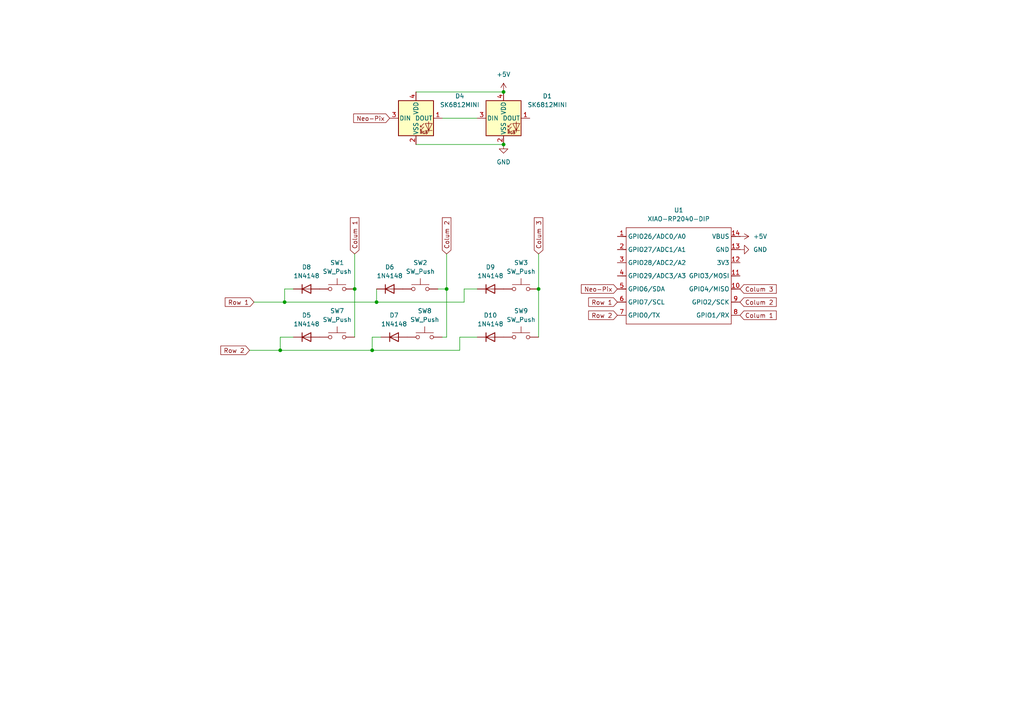
<source format=kicad_sch>
(kicad_sch
	(version 20250114)
	(generator "eeschema")
	(generator_version "9.0")
	(uuid "7ebd045a-86d2-4d6c-ab1b-08b3c2db5099")
	(paper "A4")
	(lib_symbols
		(symbol "Diode:1N4148"
			(pin_numbers
				(hide yes)
			)
			(pin_names
				(hide yes)
			)
			(exclude_from_sim no)
			(in_bom yes)
			(on_board yes)
			(property "Reference" "D"
				(at 0 2.54 0)
				(effects
					(font
						(size 1.27 1.27)
					)
				)
			)
			(property "Value" "1N4148"
				(at 0 -2.54 0)
				(effects
					(font
						(size 1.27 1.27)
					)
				)
			)
			(property "Footprint" "Diode_THT:D_DO-35_SOD27_P7.62mm_Horizontal"
				(at 0 0 0)
				(effects
					(font
						(size 1.27 1.27)
					)
					(hide yes)
				)
			)
			(property "Datasheet" "https://assets.nexperia.com/documents/data-sheet/1N4148_1N4448.pdf"
				(at 0 0 0)
				(effects
					(font
						(size 1.27 1.27)
					)
					(hide yes)
				)
			)
			(property "Description" "100V 0.15A standard switching diode, DO-35"
				(at 0 0 0)
				(effects
					(font
						(size 1.27 1.27)
					)
					(hide yes)
				)
			)
			(property "Sim.Device" "D"
				(at 0 0 0)
				(effects
					(font
						(size 1.27 1.27)
					)
					(hide yes)
				)
			)
			(property "Sim.Pins" "1=K 2=A"
				(at 0 0 0)
				(effects
					(font
						(size 1.27 1.27)
					)
					(hide yes)
				)
			)
			(property "ki_keywords" "diode"
				(at 0 0 0)
				(effects
					(font
						(size 1.27 1.27)
					)
					(hide yes)
				)
			)
			(property "ki_fp_filters" "D*DO?35*"
				(at 0 0 0)
				(effects
					(font
						(size 1.27 1.27)
					)
					(hide yes)
				)
			)
			(symbol "1N4148_0_1"
				(polyline
					(pts
						(xy -1.27 1.27) (xy -1.27 -1.27)
					)
					(stroke
						(width 0.254)
						(type default)
					)
					(fill
						(type none)
					)
				)
				(polyline
					(pts
						(xy 1.27 1.27) (xy 1.27 -1.27) (xy -1.27 0) (xy 1.27 1.27)
					)
					(stroke
						(width 0.254)
						(type default)
					)
					(fill
						(type none)
					)
				)
				(polyline
					(pts
						(xy 1.27 0) (xy -1.27 0)
					)
					(stroke
						(width 0)
						(type default)
					)
					(fill
						(type none)
					)
				)
			)
			(symbol "1N4148_1_1"
				(pin passive line
					(at -3.81 0 0)
					(length 2.54)
					(name "K"
						(effects
							(font
								(size 1.27 1.27)
							)
						)
					)
					(number "1"
						(effects
							(font
								(size 1.27 1.27)
							)
						)
					)
				)
				(pin passive line
					(at 3.81 0 180)
					(length 2.54)
					(name "A"
						(effects
							(font
								(size 1.27 1.27)
							)
						)
					)
					(number "2"
						(effects
							(font
								(size 1.27 1.27)
							)
						)
					)
				)
			)
			(embedded_fonts no)
		)
		(symbol "LED:SK6812MINI"
			(pin_names
				(offset 0.254)
			)
			(exclude_from_sim no)
			(in_bom yes)
			(on_board yes)
			(property "Reference" "D"
				(at 5.08 5.715 0)
				(effects
					(font
						(size 1.27 1.27)
					)
					(justify right bottom)
				)
			)
			(property "Value" "SK6812MINI"
				(at 1.27 -5.715 0)
				(effects
					(font
						(size 1.27 1.27)
					)
					(justify left top)
				)
			)
			(property "Footprint" "LED_SMD:LED_SK6812MINI_PLCC4_3.5x3.5mm_P1.75mm"
				(at 1.27 -7.62 0)
				(effects
					(font
						(size 1.27 1.27)
					)
					(justify left top)
					(hide yes)
				)
			)
			(property "Datasheet" "https://cdn-shop.adafruit.com/product-files/2686/SK6812MINI_REV.01-1-2.pdf"
				(at 2.54 -9.525 0)
				(effects
					(font
						(size 1.27 1.27)
					)
					(justify left top)
					(hide yes)
				)
			)
			(property "Description" "RGB LED with integrated controller"
				(at 0 0 0)
				(effects
					(font
						(size 1.27 1.27)
					)
					(hide yes)
				)
			)
			(property "ki_keywords" "RGB LED NeoPixel Mini addressable"
				(at 0 0 0)
				(effects
					(font
						(size 1.27 1.27)
					)
					(hide yes)
				)
			)
			(property "ki_fp_filters" "LED*SK6812MINI*PLCC*3.5x3.5mm*P1.75mm*"
				(at 0 0 0)
				(effects
					(font
						(size 1.27 1.27)
					)
					(hide yes)
				)
			)
			(symbol "SK6812MINI_0_0"
				(text "RGB"
					(at 2.286 -4.191 0)
					(effects
						(font
							(size 0.762 0.762)
						)
					)
				)
			)
			(symbol "SK6812MINI_0_1"
				(polyline
					(pts
						(xy 1.27 -2.54) (xy 1.778 -2.54)
					)
					(stroke
						(width 0)
						(type default)
					)
					(fill
						(type none)
					)
				)
				(polyline
					(pts
						(xy 1.27 -3.556) (xy 1.778 -3.556)
					)
					(stroke
						(width 0)
						(type default)
					)
					(fill
						(type none)
					)
				)
				(polyline
					(pts
						(xy 2.286 -1.524) (xy 1.27 -2.54) (xy 1.27 -2.032)
					)
					(stroke
						(width 0)
						(type default)
					)
					(fill
						(type none)
					)
				)
				(polyline
					(pts
						(xy 2.286 -2.54) (xy 1.27 -3.556) (xy 1.27 -3.048)
					)
					(stroke
						(width 0)
						(type default)
					)
					(fill
						(type none)
					)
				)
				(polyline
					(pts
						(xy 3.683 -1.016) (xy 3.683 -3.556) (xy 3.683 -4.064)
					)
					(stroke
						(width 0)
						(type default)
					)
					(fill
						(type none)
					)
				)
				(polyline
					(pts
						(xy 4.699 -1.524) (xy 2.667 -1.524) (xy 3.683 -3.556) (xy 4.699 -1.524)
					)
					(stroke
						(width 0)
						(type default)
					)
					(fill
						(type none)
					)
				)
				(polyline
					(pts
						(xy 4.699 -3.556) (xy 2.667 -3.556)
					)
					(stroke
						(width 0)
						(type default)
					)
					(fill
						(type none)
					)
				)
				(rectangle
					(start 5.08 5.08)
					(end -5.08 -5.08)
					(stroke
						(width 0.254)
						(type default)
					)
					(fill
						(type background)
					)
				)
			)
			(symbol "SK6812MINI_1_1"
				(pin input line
					(at -7.62 0 0)
					(length 2.54)
					(name "DIN"
						(effects
							(font
								(size 1.27 1.27)
							)
						)
					)
					(number "3"
						(effects
							(font
								(size 1.27 1.27)
							)
						)
					)
				)
				(pin power_in line
					(at 0 7.62 270)
					(length 2.54)
					(name "VDD"
						(effects
							(font
								(size 1.27 1.27)
							)
						)
					)
					(number "4"
						(effects
							(font
								(size 1.27 1.27)
							)
						)
					)
				)
				(pin power_in line
					(at 0 -7.62 90)
					(length 2.54)
					(name "VSS"
						(effects
							(font
								(size 1.27 1.27)
							)
						)
					)
					(number "2"
						(effects
							(font
								(size 1.27 1.27)
							)
						)
					)
				)
				(pin output line
					(at 7.62 0 180)
					(length 2.54)
					(name "DOUT"
						(effects
							(font
								(size 1.27 1.27)
							)
						)
					)
					(number "1"
						(effects
							(font
								(size 1.27 1.27)
							)
						)
					)
				)
			)
			(embedded_fonts no)
		)
		(symbol "OPL:XIAO-RP2040-DIP"
			(exclude_from_sim no)
			(in_bom yes)
			(on_board yes)
			(property "Reference" "U"
				(at 0 0 0)
				(effects
					(font
						(size 1.27 1.27)
					)
				)
			)
			(property "Value" "XIAO-RP2040-DIP"
				(at 5.334 -1.778 0)
				(effects
					(font
						(size 1.27 1.27)
					)
				)
			)
			(property "Footprint" "Module:MOUDLE14P-XIAO-DIP-SMD"
				(at 14.478 -32.258 0)
				(effects
					(font
						(size 1.27 1.27)
					)
					(hide yes)
				)
			)
			(property "Datasheet" ""
				(at 0 0 0)
				(effects
					(font
						(size 1.27 1.27)
					)
					(hide yes)
				)
			)
			(property "Description" ""
				(at 0 0 0)
				(effects
					(font
						(size 1.27 1.27)
					)
					(hide yes)
				)
			)
			(symbol "XIAO-RP2040-DIP_1_0"
				(polyline
					(pts
						(xy -1.27 -2.54) (xy 29.21 -2.54)
					)
					(stroke
						(width 0.1524)
						(type solid)
					)
					(fill
						(type none)
					)
				)
				(polyline
					(pts
						(xy -1.27 -5.08) (xy -2.54 -5.08)
					)
					(stroke
						(width 0.1524)
						(type solid)
					)
					(fill
						(type none)
					)
				)
				(polyline
					(pts
						(xy -1.27 -5.08) (xy -1.27 -2.54)
					)
					(stroke
						(width 0.1524)
						(type solid)
					)
					(fill
						(type none)
					)
				)
				(polyline
					(pts
						(xy -1.27 -8.89) (xy -2.54 -8.89)
					)
					(stroke
						(width 0.1524)
						(type solid)
					)
					(fill
						(type none)
					)
				)
				(polyline
					(pts
						(xy -1.27 -8.89) (xy -1.27 -5.08)
					)
					(stroke
						(width 0.1524)
						(type solid)
					)
					(fill
						(type none)
					)
				)
				(polyline
					(pts
						(xy -1.27 -12.7) (xy -2.54 -12.7)
					)
					(stroke
						(width 0.1524)
						(type solid)
					)
					(fill
						(type none)
					)
				)
				(polyline
					(pts
						(xy -1.27 -12.7) (xy -1.27 -8.89)
					)
					(stroke
						(width 0.1524)
						(type solid)
					)
					(fill
						(type none)
					)
				)
				(polyline
					(pts
						(xy -1.27 -16.51) (xy -2.54 -16.51)
					)
					(stroke
						(width 0.1524)
						(type solid)
					)
					(fill
						(type none)
					)
				)
				(polyline
					(pts
						(xy -1.27 -16.51) (xy -1.27 -12.7)
					)
					(stroke
						(width 0.1524)
						(type solid)
					)
					(fill
						(type none)
					)
				)
				(polyline
					(pts
						(xy -1.27 -20.32) (xy -2.54 -20.32)
					)
					(stroke
						(width 0.1524)
						(type solid)
					)
					(fill
						(type none)
					)
				)
				(polyline
					(pts
						(xy -1.27 -24.13) (xy -2.54 -24.13)
					)
					(stroke
						(width 0.1524)
						(type solid)
					)
					(fill
						(type none)
					)
				)
				(polyline
					(pts
						(xy -1.27 -27.94) (xy -2.54 -27.94)
					)
					(stroke
						(width 0.1524)
						(type solid)
					)
					(fill
						(type none)
					)
				)
				(polyline
					(pts
						(xy -1.27 -30.48) (xy -1.27 -16.51)
					)
					(stroke
						(width 0.1524)
						(type solid)
					)
					(fill
						(type none)
					)
				)
				(polyline
					(pts
						(xy 29.21 -2.54) (xy 29.21 -5.08)
					)
					(stroke
						(width 0.1524)
						(type solid)
					)
					(fill
						(type none)
					)
				)
				(polyline
					(pts
						(xy 29.21 -5.08) (xy 29.21 -8.89)
					)
					(stroke
						(width 0.1524)
						(type solid)
					)
					(fill
						(type none)
					)
				)
				(polyline
					(pts
						(xy 29.21 -8.89) (xy 29.21 -12.7)
					)
					(stroke
						(width 0.1524)
						(type solid)
					)
					(fill
						(type none)
					)
				)
				(polyline
					(pts
						(xy 29.21 -12.7) (xy 29.21 -30.48)
					)
					(stroke
						(width 0.1524)
						(type solid)
					)
					(fill
						(type none)
					)
				)
				(polyline
					(pts
						(xy 29.21 -30.48) (xy -1.27 -30.48)
					)
					(stroke
						(width 0.1524)
						(type solid)
					)
					(fill
						(type none)
					)
				)
				(polyline
					(pts
						(xy 30.48 -5.08) (xy 29.21 -5.08)
					)
					(stroke
						(width 0.1524)
						(type solid)
					)
					(fill
						(type none)
					)
				)
				(polyline
					(pts
						(xy 30.48 -8.89) (xy 29.21 -8.89)
					)
					(stroke
						(width 0.1524)
						(type solid)
					)
					(fill
						(type none)
					)
				)
				(polyline
					(pts
						(xy 30.48 -12.7) (xy 29.21 -12.7)
					)
					(stroke
						(width 0.1524)
						(type solid)
					)
					(fill
						(type none)
					)
				)
				(polyline
					(pts
						(xy 30.48 -16.51) (xy 29.21 -16.51)
					)
					(stroke
						(width 0.1524)
						(type solid)
					)
					(fill
						(type none)
					)
				)
				(polyline
					(pts
						(xy 30.48 -20.32) (xy 29.21 -20.32)
					)
					(stroke
						(width 0.1524)
						(type solid)
					)
					(fill
						(type none)
					)
				)
				(polyline
					(pts
						(xy 30.48 -24.13) (xy 29.21 -24.13)
					)
					(stroke
						(width 0.1524)
						(type solid)
					)
					(fill
						(type none)
					)
				)
				(polyline
					(pts
						(xy 30.48 -27.94) (xy 29.21 -27.94)
					)
					(stroke
						(width 0.1524)
						(type solid)
					)
					(fill
						(type none)
					)
				)
				(pin passive line
					(at -3.81 -5.08 0)
					(length 2.54)
					(name "GPIO26/ADC0/A0"
						(effects
							(font
								(size 1.27 1.27)
							)
						)
					)
					(number "1"
						(effects
							(font
								(size 1.27 1.27)
							)
						)
					)
				)
				(pin passive line
					(at -3.81 -8.89 0)
					(length 2.54)
					(name "GPIO27/ADC1/A1"
						(effects
							(font
								(size 1.27 1.27)
							)
						)
					)
					(number "2"
						(effects
							(font
								(size 1.27 1.27)
							)
						)
					)
				)
				(pin passive line
					(at -3.81 -12.7 0)
					(length 2.54)
					(name "GPIO28/ADC2/A2"
						(effects
							(font
								(size 1.27 1.27)
							)
						)
					)
					(number "3"
						(effects
							(font
								(size 1.27 1.27)
							)
						)
					)
				)
				(pin passive line
					(at -3.81 -16.51 0)
					(length 2.54)
					(name "GPIO29/ADC3/A3"
						(effects
							(font
								(size 1.27 1.27)
							)
						)
					)
					(number "4"
						(effects
							(font
								(size 1.27 1.27)
							)
						)
					)
				)
				(pin passive line
					(at -3.81 -20.32 0)
					(length 2.54)
					(name "GPIO6/SDA"
						(effects
							(font
								(size 1.27 1.27)
							)
						)
					)
					(number "5"
						(effects
							(font
								(size 1.27 1.27)
							)
						)
					)
				)
				(pin passive line
					(at -3.81 -24.13 0)
					(length 2.54)
					(name "GPIO7/SCL"
						(effects
							(font
								(size 1.27 1.27)
							)
						)
					)
					(number "6"
						(effects
							(font
								(size 1.27 1.27)
							)
						)
					)
				)
				(pin passive line
					(at -3.81 -27.94 0)
					(length 2.54)
					(name "GPIO0/TX"
						(effects
							(font
								(size 1.27 1.27)
							)
						)
					)
					(number "7"
						(effects
							(font
								(size 1.27 1.27)
							)
						)
					)
				)
				(pin passive line
					(at 31.75 -5.08 180)
					(length 2.54)
					(name "VBUS"
						(effects
							(font
								(size 1.27 1.27)
							)
						)
					)
					(number "14"
						(effects
							(font
								(size 1.27 1.27)
							)
						)
					)
				)
				(pin passive line
					(at 31.75 -8.89 180)
					(length 2.54)
					(name "GND"
						(effects
							(font
								(size 1.27 1.27)
							)
						)
					)
					(number "13"
						(effects
							(font
								(size 1.27 1.27)
							)
						)
					)
				)
				(pin passive line
					(at 31.75 -12.7 180)
					(length 2.54)
					(name "3V3"
						(effects
							(font
								(size 1.27 1.27)
							)
						)
					)
					(number "12"
						(effects
							(font
								(size 1.27 1.27)
							)
						)
					)
				)
				(pin passive line
					(at 31.75 -16.51 180)
					(length 2.54)
					(name "GPIO3/MOSI"
						(effects
							(font
								(size 1.27 1.27)
							)
						)
					)
					(number "11"
						(effects
							(font
								(size 1.27 1.27)
							)
						)
					)
				)
				(pin passive line
					(at 31.75 -20.32 180)
					(length 2.54)
					(name "GPIO4/MISO"
						(effects
							(font
								(size 1.27 1.27)
							)
						)
					)
					(number "10"
						(effects
							(font
								(size 1.27 1.27)
							)
						)
					)
				)
				(pin passive line
					(at 31.75 -24.13 180)
					(length 2.54)
					(name "GPIO2/SCK"
						(effects
							(font
								(size 1.27 1.27)
							)
						)
					)
					(number "9"
						(effects
							(font
								(size 1.27 1.27)
							)
						)
					)
				)
				(pin passive line
					(at 31.75 -27.94 180)
					(length 2.54)
					(name "GPIO1/RX"
						(effects
							(font
								(size 1.27 1.27)
							)
						)
					)
					(number "8"
						(effects
							(font
								(size 1.27 1.27)
							)
						)
					)
				)
			)
			(embedded_fonts no)
		)
		(symbol "Switch:SW_Push"
			(pin_numbers
				(hide yes)
			)
			(pin_names
				(offset 1.016)
				(hide yes)
			)
			(exclude_from_sim no)
			(in_bom yes)
			(on_board yes)
			(property "Reference" "SW"
				(at 1.27 2.54 0)
				(effects
					(font
						(size 1.27 1.27)
					)
					(justify left)
				)
			)
			(property "Value" "SW_Push"
				(at 0 -1.524 0)
				(effects
					(font
						(size 1.27 1.27)
					)
				)
			)
			(property "Footprint" ""
				(at 0 5.08 0)
				(effects
					(font
						(size 1.27 1.27)
					)
					(hide yes)
				)
			)
			(property "Datasheet" "~"
				(at 0 5.08 0)
				(effects
					(font
						(size 1.27 1.27)
					)
					(hide yes)
				)
			)
			(property "Description" "Push button switch, generic, two pins"
				(at 0 0 0)
				(effects
					(font
						(size 1.27 1.27)
					)
					(hide yes)
				)
			)
			(property "ki_keywords" "switch normally-open pushbutton push-button"
				(at 0 0 0)
				(effects
					(font
						(size 1.27 1.27)
					)
					(hide yes)
				)
			)
			(symbol "SW_Push_0_1"
				(circle
					(center -2.032 0)
					(radius 0.508)
					(stroke
						(width 0)
						(type default)
					)
					(fill
						(type none)
					)
				)
				(polyline
					(pts
						(xy 0 1.27) (xy 0 3.048)
					)
					(stroke
						(width 0)
						(type default)
					)
					(fill
						(type none)
					)
				)
				(circle
					(center 2.032 0)
					(radius 0.508)
					(stroke
						(width 0)
						(type default)
					)
					(fill
						(type none)
					)
				)
				(polyline
					(pts
						(xy 2.54 1.27) (xy -2.54 1.27)
					)
					(stroke
						(width 0)
						(type default)
					)
					(fill
						(type none)
					)
				)
				(pin passive line
					(at -5.08 0 0)
					(length 2.54)
					(name "1"
						(effects
							(font
								(size 1.27 1.27)
							)
						)
					)
					(number "1"
						(effects
							(font
								(size 1.27 1.27)
							)
						)
					)
				)
				(pin passive line
					(at 5.08 0 180)
					(length 2.54)
					(name "2"
						(effects
							(font
								(size 1.27 1.27)
							)
						)
					)
					(number "2"
						(effects
							(font
								(size 1.27 1.27)
							)
						)
					)
				)
			)
			(embedded_fonts no)
		)
		(symbol "power:+5V"
			(power)
			(pin_numbers
				(hide yes)
			)
			(pin_names
				(offset 0)
				(hide yes)
			)
			(exclude_from_sim no)
			(in_bom yes)
			(on_board yes)
			(property "Reference" "#PWR"
				(at 0 -3.81 0)
				(effects
					(font
						(size 1.27 1.27)
					)
					(hide yes)
				)
			)
			(property "Value" "+5V"
				(at 0 3.556 0)
				(effects
					(font
						(size 1.27 1.27)
					)
				)
			)
			(property "Footprint" ""
				(at 0 0 0)
				(effects
					(font
						(size 1.27 1.27)
					)
					(hide yes)
				)
			)
			(property "Datasheet" ""
				(at 0 0 0)
				(effects
					(font
						(size 1.27 1.27)
					)
					(hide yes)
				)
			)
			(property "Description" "Power symbol creates a global label with name \"+5V\""
				(at 0 0 0)
				(effects
					(font
						(size 1.27 1.27)
					)
					(hide yes)
				)
			)
			(property "ki_keywords" "global power"
				(at 0 0 0)
				(effects
					(font
						(size 1.27 1.27)
					)
					(hide yes)
				)
			)
			(symbol "+5V_0_1"
				(polyline
					(pts
						(xy -0.762 1.27) (xy 0 2.54)
					)
					(stroke
						(width 0)
						(type default)
					)
					(fill
						(type none)
					)
				)
				(polyline
					(pts
						(xy 0 2.54) (xy 0.762 1.27)
					)
					(stroke
						(width 0)
						(type default)
					)
					(fill
						(type none)
					)
				)
				(polyline
					(pts
						(xy 0 0) (xy 0 2.54)
					)
					(stroke
						(width 0)
						(type default)
					)
					(fill
						(type none)
					)
				)
			)
			(symbol "+5V_1_1"
				(pin power_in line
					(at 0 0 90)
					(length 0)
					(name "~"
						(effects
							(font
								(size 1.27 1.27)
							)
						)
					)
					(number "1"
						(effects
							(font
								(size 1.27 1.27)
							)
						)
					)
				)
			)
			(embedded_fonts no)
		)
		(symbol "power:GND"
			(power)
			(pin_numbers
				(hide yes)
			)
			(pin_names
				(offset 0)
				(hide yes)
			)
			(exclude_from_sim no)
			(in_bom yes)
			(on_board yes)
			(property "Reference" "#PWR"
				(at 0 -6.35 0)
				(effects
					(font
						(size 1.27 1.27)
					)
					(hide yes)
				)
			)
			(property "Value" "GND"
				(at 0 -3.81 0)
				(effects
					(font
						(size 1.27 1.27)
					)
				)
			)
			(property "Footprint" ""
				(at 0 0 0)
				(effects
					(font
						(size 1.27 1.27)
					)
					(hide yes)
				)
			)
			(property "Datasheet" ""
				(at 0 0 0)
				(effects
					(font
						(size 1.27 1.27)
					)
					(hide yes)
				)
			)
			(property "Description" "Power symbol creates a global label with name \"GND\" , ground"
				(at 0 0 0)
				(effects
					(font
						(size 1.27 1.27)
					)
					(hide yes)
				)
			)
			(property "ki_keywords" "global power"
				(at 0 0 0)
				(effects
					(font
						(size 1.27 1.27)
					)
					(hide yes)
				)
			)
			(symbol "GND_0_1"
				(polyline
					(pts
						(xy 0 0) (xy 0 -1.27) (xy 1.27 -1.27) (xy 0 -2.54) (xy -1.27 -1.27) (xy 0 -1.27)
					)
					(stroke
						(width 0)
						(type default)
					)
					(fill
						(type none)
					)
				)
			)
			(symbol "GND_1_1"
				(pin power_in line
					(at 0 0 270)
					(length 0)
					(name "~"
						(effects
							(font
								(size 1.27 1.27)
							)
						)
					)
					(number "1"
						(effects
							(font
								(size 1.27 1.27)
							)
						)
					)
				)
			)
			(embedded_fonts no)
		)
	)
	(junction
		(at 109.22 87.63)
		(diameter 0)
		(color 0 0 0 0)
		(uuid "1fcc9f68-8b7e-4731-b177-9cb31a8f4e62")
	)
	(junction
		(at 156.21 83.82)
		(diameter 0)
		(color 0 0 0 0)
		(uuid "361e3158-63b8-4efc-9105-cbbc5a634c97")
	)
	(junction
		(at 107.95 101.6)
		(diameter 0)
		(color 0 0 0 0)
		(uuid "475a1469-1d9e-44f4-b7c2-8c56c3cc1b8a")
	)
	(junction
		(at 102.87 83.82)
		(diameter 0)
		(color 0 0 0 0)
		(uuid "4a8e4560-c506-4490-8483-d33e408d45ad")
	)
	(junction
		(at 82.55 87.63)
		(diameter 0)
		(color 0 0 0 0)
		(uuid "53cfec94-debb-42f7-b062-7f3b022ab407")
	)
	(junction
		(at 146.05 26.67)
		(diameter 0)
		(color 0 0 0 0)
		(uuid "8f0ef605-69de-4ed7-a073-829d7a69b9d1")
	)
	(junction
		(at 146.05 41.91)
		(diameter 0)
		(color 0 0 0 0)
		(uuid "92193687-faf8-4dcd-b82c-cdc2fce9a1df")
	)
	(junction
		(at 81.28 101.6)
		(diameter 0)
		(color 0 0 0 0)
		(uuid "c067b5f4-7263-481e-bd32-ab5573962018")
	)
	(junction
		(at 129.54 83.82)
		(diameter 0)
		(color 0 0 0 0)
		(uuid "fac903b2-90ce-4a6f-868b-94a4bac76828")
	)
	(wire
		(pts
			(xy 138.43 97.79) (xy 133.35 97.79)
		)
		(stroke
			(width 0)
			(type default)
		)
		(uuid "21b0bea7-3e6c-4b86-91e3-10e95508fb65")
	)
	(wire
		(pts
			(xy 133.35 97.79) (xy 133.35 101.6)
		)
		(stroke
			(width 0)
			(type default)
		)
		(uuid "26304a0a-5156-4487-9e5d-e0d7a2041667")
	)
	(wire
		(pts
			(xy 156.21 73.66) (xy 156.21 83.82)
		)
		(stroke
			(width 0)
			(type default)
		)
		(uuid "2a8af0d7-ce53-4f63-ae17-eef9b1c0448b")
	)
	(wire
		(pts
			(xy 110.49 97.79) (xy 107.95 97.79)
		)
		(stroke
			(width 0)
			(type default)
		)
		(uuid "2aefec27-42cd-4908-8f6a-8152a4531dcc")
	)
	(wire
		(pts
			(xy 85.09 97.79) (xy 81.28 97.79)
		)
		(stroke
			(width 0)
			(type default)
		)
		(uuid "3cadc511-1c61-4a44-8a6a-d5c83602edcf")
	)
	(wire
		(pts
			(xy 73.66 87.63) (xy 82.55 87.63)
		)
		(stroke
			(width 0)
			(type default)
		)
		(uuid "4fa2dde6-43e9-4997-8754-faa9b51f76ee")
	)
	(wire
		(pts
			(xy 120.65 41.91) (xy 146.05 41.91)
		)
		(stroke
			(width 0)
			(type default)
		)
		(uuid "5a8d8bc9-09ef-463a-ae4e-861496d7050c")
	)
	(wire
		(pts
			(xy 85.09 83.82) (xy 82.55 83.82)
		)
		(stroke
			(width 0)
			(type default)
		)
		(uuid "752d8ddc-3cb1-408d-8e4e-2c3c899cdfd0")
	)
	(wire
		(pts
			(xy 107.95 101.6) (xy 133.35 101.6)
		)
		(stroke
			(width 0)
			(type default)
		)
		(uuid "8350bfcd-1ef5-4992-a957-82e8bd3cd0fb")
	)
	(wire
		(pts
			(xy 120.65 26.67) (xy 146.05 26.67)
		)
		(stroke
			(width 0)
			(type default)
		)
		(uuid "83cef61f-b23c-4b03-9693-d3d13d23655d")
	)
	(wire
		(pts
			(xy 109.22 87.63) (xy 134.62 87.63)
		)
		(stroke
			(width 0)
			(type default)
		)
		(uuid "89911b7a-f309-4f95-9af8-b13f3b25f37b")
	)
	(wire
		(pts
			(xy 82.55 87.63) (xy 109.22 87.63)
		)
		(stroke
			(width 0)
			(type default)
		)
		(uuid "8e2c7f7d-36c5-47ad-b276-e8caf4b812b1")
	)
	(wire
		(pts
			(xy 102.87 73.66) (xy 102.87 83.82)
		)
		(stroke
			(width 0)
			(type default)
		)
		(uuid "97ad0c3b-3e04-489f-8807-9d4d8465516c")
	)
	(wire
		(pts
			(xy 107.95 97.79) (xy 107.95 101.6)
		)
		(stroke
			(width 0)
			(type default)
		)
		(uuid "98841e64-434a-4066-b140-9b59e6e5846e")
	)
	(wire
		(pts
			(xy 156.21 83.82) (xy 156.21 97.79)
		)
		(stroke
			(width 0)
			(type default)
		)
		(uuid "99f20761-f59f-4e89-a03e-bdb8a57412d3")
	)
	(wire
		(pts
			(xy 129.54 83.82) (xy 129.54 97.79)
		)
		(stroke
			(width 0)
			(type default)
		)
		(uuid "9c539c1f-5317-4b4a-8b4c-b24312269e87")
	)
	(wire
		(pts
			(xy 128.27 34.29) (xy 138.43 34.29)
		)
		(stroke
			(width 0)
			(type default)
		)
		(uuid "9f135c36-fc7c-4b7a-bc6a-7ebaa2b5cce7")
	)
	(wire
		(pts
			(xy 72.39 101.6) (xy 81.28 101.6)
		)
		(stroke
			(width 0)
			(type default)
		)
		(uuid "a6044c5b-35bd-42e1-893f-8844c6c3eebe")
	)
	(wire
		(pts
			(xy 82.55 83.82) (xy 82.55 87.63)
		)
		(stroke
			(width 0)
			(type default)
		)
		(uuid "a8089ade-165d-4bff-a00c-c2920e319d0c")
	)
	(wire
		(pts
			(xy 81.28 97.79) (xy 81.28 101.6)
		)
		(stroke
			(width 0)
			(type default)
		)
		(uuid "a821f6a5-740c-40b2-a8c1-f6989d269ed1")
	)
	(wire
		(pts
			(xy 134.62 83.82) (xy 134.62 87.63)
		)
		(stroke
			(width 0)
			(type default)
		)
		(uuid "a8fc19f9-f63b-44c7-853c-5a35b0de1d8a")
	)
	(wire
		(pts
			(xy 127 83.82) (xy 129.54 83.82)
		)
		(stroke
			(width 0)
			(type default)
		)
		(uuid "ae579bee-8b0f-4ded-9d30-ea2b5e0e8bac")
	)
	(wire
		(pts
			(xy 129.54 73.66) (xy 129.54 83.82)
		)
		(stroke
			(width 0)
			(type default)
		)
		(uuid "b62618a7-0497-4b81-85e0-452cf2b316fd")
	)
	(wire
		(pts
			(xy 81.28 101.6) (xy 107.95 101.6)
		)
		(stroke
			(width 0)
			(type default)
		)
		(uuid "bdd01619-d33b-4a45-b9b5-ad557bb11576")
	)
	(wire
		(pts
			(xy 138.43 83.82) (xy 134.62 83.82)
		)
		(stroke
			(width 0)
			(type default)
		)
		(uuid "cea34183-1344-4d3d-b303-fe4cd9294b66")
	)
	(wire
		(pts
			(xy 128.27 97.79) (xy 129.54 97.79)
		)
		(stroke
			(width 0)
			(type default)
		)
		(uuid "db474d7d-792f-4f44-90da-570deaa0731b")
	)
	(wire
		(pts
			(xy 102.87 83.82) (xy 102.87 97.79)
		)
		(stroke
			(width 0)
			(type default)
		)
		(uuid "f1295035-3e43-417a-bf4a-bf6cd1febf74")
	)
	(wire
		(pts
			(xy 109.22 83.82) (xy 109.22 87.63)
		)
		(stroke
			(width 0)
			(type default)
		)
		(uuid "faf37843-01b2-4839-a286-867bbb5f5052")
	)
	(global_label "Neo-Pix"
		(shape input)
		(at 179.07 83.82 180)
		(fields_autoplaced yes)
		(effects
			(font
				(size 1.27 1.27)
			)
			(justify right)
		)
		(uuid "0c4fda6b-1204-43bb-8087-d3c8f14553ac")
		(property "Intersheetrefs" "${INTERSHEET_REFS}"
			(at 168.0414 83.82 0)
			(effects
				(font
					(size 1.27 1.27)
				)
				(justify right)
				(hide yes)
			)
		)
	)
	(global_label "Neo-Pix"
		(shape input)
		(at 113.03 34.29 180)
		(fields_autoplaced yes)
		(effects
			(font
				(size 1.27 1.27)
			)
			(justify right)
		)
		(uuid "11ea0450-2e0d-48fa-b536-551359d2f384")
		(property "Intersheetrefs" "${INTERSHEET_REFS}"
			(at 102.0014 34.29 0)
			(effects
				(font
					(size 1.27 1.27)
				)
				(justify right)
				(hide yes)
			)
		)
	)
	(global_label "Row 1"
		(shape input)
		(at 73.66 87.63 180)
		(fields_autoplaced yes)
		(effects
			(font
				(size 1.27 1.27)
			)
			(justify right)
		)
		(uuid "270c87ac-bba1-48a2-ad54-eab1496420b1")
		(property "Intersheetrefs" "${INTERSHEET_REFS}"
			(at 64.7482 87.63 0)
			(effects
				(font
					(size 1.27 1.27)
				)
				(justify right)
				(hide yes)
			)
		)
	)
	(global_label "Colum 3"
		(shape input)
		(at 214.63 83.82 0)
		(fields_autoplaced yes)
		(effects
			(font
				(size 1.27 1.27)
			)
			(justify left)
		)
		(uuid "2a4ff42f-c849-4ac8-af3f-59f236853e79")
		(property "Intersheetrefs" "${INTERSHEET_REFS}"
			(at 225.7188 83.82 0)
			(effects
				(font
					(size 1.27 1.27)
				)
				(justify left)
				(hide yes)
			)
		)
	)
	(global_label "Row 2"
		(shape input)
		(at 179.07 91.44 180)
		(fields_autoplaced yes)
		(effects
			(font
				(size 1.27 1.27)
			)
			(justify right)
		)
		(uuid "76b45160-4463-4f47-beec-d353e7bf59fc")
		(property "Intersheetrefs" "${INTERSHEET_REFS}"
			(at 170.1582 91.44 0)
			(effects
				(font
					(size 1.27 1.27)
				)
				(justify right)
				(hide yes)
			)
		)
	)
	(global_label "Colum 2"
		(shape input)
		(at 129.54 73.66 90)
		(fields_autoplaced yes)
		(effects
			(font
				(size 1.27 1.27)
			)
			(justify left)
		)
		(uuid "7dc9bc82-0c5a-44bd-ab31-c4a335afc9cb")
		(property "Intersheetrefs" "${INTERSHEET_REFS}"
			(at 129.54 62.5712 90)
			(effects
				(font
					(size 1.27 1.27)
				)
				(justify left)
				(hide yes)
			)
		)
	)
	(global_label "Colum 2"
		(shape input)
		(at 214.63 87.63 0)
		(fields_autoplaced yes)
		(effects
			(font
				(size 1.27 1.27)
			)
			(justify left)
		)
		(uuid "8d1e2fd0-618d-4112-befa-0bd6e1b0287e")
		(property "Intersheetrefs" "${INTERSHEET_REFS}"
			(at 225.7188 87.63 0)
			(effects
				(font
					(size 1.27 1.27)
				)
				(justify left)
				(hide yes)
			)
		)
	)
	(global_label "Colum 3"
		(shape input)
		(at 156.21 73.66 90)
		(fields_autoplaced yes)
		(effects
			(font
				(size 1.27 1.27)
			)
			(justify left)
		)
		(uuid "a2ce1538-f984-4e44-8fc3-be42d097cefa")
		(property "Intersheetrefs" "${INTERSHEET_REFS}"
			(at 156.21 62.5712 90)
			(effects
				(font
					(size 1.27 1.27)
				)
				(justify left)
				(hide yes)
			)
		)
	)
	(global_label "Row 1"
		(shape input)
		(at 179.07 87.63 180)
		(fields_autoplaced yes)
		(effects
			(font
				(size 1.27 1.27)
			)
			(justify right)
		)
		(uuid "a4959952-e5e1-4793-8ec0-de4c2c56f12b")
		(property "Intersheetrefs" "${INTERSHEET_REFS}"
			(at 170.1582 87.63 0)
			(effects
				(font
					(size 1.27 1.27)
				)
				(justify right)
				(hide yes)
			)
		)
	)
	(global_label "Row 2"
		(shape input)
		(at 72.39 101.6 180)
		(fields_autoplaced yes)
		(effects
			(font
				(size 1.27 1.27)
			)
			(justify right)
		)
		(uuid "c6cb8d0c-c2ca-44a0-b14a-a15ab886c3e2")
		(property "Intersheetrefs" "${INTERSHEET_REFS}"
			(at 63.4782 101.6 0)
			(effects
				(font
					(size 1.27 1.27)
				)
				(justify right)
				(hide yes)
			)
		)
	)
	(global_label "Colum 1"
		(shape input)
		(at 214.63 91.44 0)
		(fields_autoplaced yes)
		(effects
			(font
				(size 1.27 1.27)
			)
			(justify left)
		)
		(uuid "cbbe35b7-5549-4b68-b22e-fd3f1cac979c")
		(property "Intersheetrefs" "${INTERSHEET_REFS}"
			(at 225.7188 91.44 0)
			(effects
				(font
					(size 1.27 1.27)
				)
				(justify left)
				(hide yes)
			)
		)
	)
	(global_label "Colum 1"
		(shape input)
		(at 102.87 73.66 90)
		(fields_autoplaced yes)
		(effects
			(font
				(size 1.27 1.27)
			)
			(justify left)
		)
		(uuid "dd86ad42-c45c-470b-83c5-85b0078cdb79")
		(property "Intersheetrefs" "${INTERSHEET_REFS}"
			(at 102.87 62.5712 90)
			(effects
				(font
					(size 1.27 1.27)
				)
				(justify left)
				(hide yes)
			)
		)
	)
	(symbol
		(lib_id "OPL:XIAO-RP2040-DIP")
		(at 182.88 63.5 0)
		(unit 1)
		(exclude_from_sim no)
		(in_bom yes)
		(on_board yes)
		(dnp no)
		(fields_autoplaced yes)
		(uuid "07c00da9-7d10-4aec-a0aa-693cd3b0546b")
		(property "Reference" "U1"
			(at 196.85 60.96 0)
			(effects
				(font
					(size 1.27 1.27)
				)
			)
		)
		(property "Value" "XIAO-RP2040-DIP"
			(at 196.85 63.5 0)
			(effects
				(font
					(size 1.27 1.27)
				)
			)
		)
		(property "Footprint" "OPL:XIAO-RP2040-DIP"
			(at 197.358 95.758 0)
			(effects
				(font
					(size 1.27 1.27)
				)
				(hide yes)
			)
		)
		(property "Datasheet" ""
			(at 182.88 63.5 0)
			(effects
				(font
					(size 1.27 1.27)
				)
				(hide yes)
			)
		)
		(property "Description" ""
			(at 182.88 63.5 0)
			(effects
				(font
					(size 1.27 1.27)
				)
				(hide yes)
			)
		)
		(pin "12"
			(uuid "852f7f49-506d-49af-a1a8-b62674dde67d")
		)
		(pin "14"
			(uuid "1f067b3f-fe8d-4783-81f5-e5a5fd593a99")
		)
		(pin "13"
			(uuid "d98a542f-fa5f-403c-a6c9-f0d2e1d7461c")
		)
		(pin "1"
			(uuid "87824987-9741-47ed-90f9-87619c63ba2f")
		)
		(pin "4"
			(uuid "ca8cbe2f-bf5d-4e9f-b1ec-57d6374b8b6c")
		)
		(pin "6"
			(uuid "316c5734-cfbc-4daa-81fb-56d7f7bd59d4")
		)
		(pin "2"
			(uuid "85338f98-2458-4e96-93bb-b9bbaf57d61e")
		)
		(pin "3"
			(uuid "8f07a9b6-8b05-48bc-836c-4d161d992def")
		)
		(pin "5"
			(uuid "386d7931-9842-46e8-aa40-124f02bdd3f8")
		)
		(pin "7"
			(uuid "df783785-3bd0-461a-884e-9be3ee5b77cc")
		)
		(pin "8"
			(uuid "724d1a3a-db09-49de-aee3-257229324cd4")
		)
		(pin "10"
			(uuid "2ffad247-2613-41e8-a555-82215b6afe63")
		)
		(pin "11"
			(uuid "d1553107-c1ae-4616-b2b2-b6f106aee43c")
		)
		(pin "9"
			(uuid "d49492ec-893a-431a-a409-9afaa2726970")
		)
		(instances
			(project ""
				(path "/7ebd045a-86d2-4d6c-ab1b-08b3c2db5099"
					(reference "U1")
					(unit 1)
				)
			)
		)
	)
	(symbol
		(lib_id "power:GND")
		(at 214.63 72.39 90)
		(unit 1)
		(exclude_from_sim no)
		(in_bom yes)
		(on_board yes)
		(dnp no)
		(fields_autoplaced yes)
		(uuid "174d2b8b-842b-41f6-b8ed-bd9f08d58873")
		(property "Reference" "#PWR03"
			(at 220.98 72.39 0)
			(effects
				(font
					(size 1.27 1.27)
				)
				(hide yes)
			)
		)
		(property "Value" "GND"
			(at 218.44 72.3899 90)
			(effects
				(font
					(size 1.27 1.27)
				)
				(justify right)
			)
		)
		(property "Footprint" ""
			(at 214.63 72.39 0)
			(effects
				(font
					(size 1.27 1.27)
				)
				(hide yes)
			)
		)
		(property "Datasheet" ""
			(at 214.63 72.39 0)
			(effects
				(font
					(size 1.27 1.27)
				)
				(hide yes)
			)
		)
		(property "Description" "Power symbol creates a global label with name \"GND\" , ground"
			(at 214.63 72.39 0)
			(effects
				(font
					(size 1.27 1.27)
				)
				(hide yes)
			)
		)
		(pin "1"
			(uuid "a4f4200b-4d98-4d8d-8623-ed381605e65b")
		)
		(instances
			(project ""
				(path "/7ebd045a-86d2-4d6c-ab1b-08b3c2db5099"
					(reference "#PWR03")
					(unit 1)
				)
			)
		)
	)
	(symbol
		(lib_id "Switch:SW_Push")
		(at 151.13 97.79 0)
		(unit 1)
		(exclude_from_sim no)
		(in_bom yes)
		(on_board yes)
		(dnp no)
		(fields_autoplaced yes)
		(uuid "37e78cd1-40ce-46e4-8052-490c213521d3")
		(property "Reference" "SW9"
			(at 151.13 90.17 0)
			(effects
				(font
					(size 1.27 1.27)
				)
			)
		)
		(property "Value" "SW_Push"
			(at 151.13 92.71 0)
			(effects
				(font
					(size 1.27 1.27)
				)
			)
		)
		(property "Footprint" "Button_Switch_Keyboard:SW_Cherry_MX_1.00u_PCB"
			(at 151.13 92.71 0)
			(effects
				(font
					(size 1.27 1.27)
				)
				(hide yes)
			)
		)
		(property "Datasheet" "~"
			(at 151.13 92.71 0)
			(effects
				(font
					(size 1.27 1.27)
				)
				(hide yes)
			)
		)
		(property "Description" "Push button switch, generic, two pins"
			(at 151.13 97.79 0)
			(effects
				(font
					(size 1.27 1.27)
				)
				(hide yes)
			)
		)
		(pin "1"
			(uuid "ec7a5535-353e-44e8-aff4-abf4a9ac3911")
		)
		(pin "2"
			(uuid "37e98460-ada1-48d9-a4cb-21454bbd377f")
		)
		(instances
			(project "Hackpad"
				(path "/7ebd045a-86d2-4d6c-ab1b-08b3c2db5099"
					(reference "SW9")
					(unit 1)
				)
			)
		)
	)
	(symbol
		(lib_id "Diode:1N4148")
		(at 88.9 97.79 0)
		(unit 1)
		(exclude_from_sim no)
		(in_bom yes)
		(on_board yes)
		(dnp no)
		(fields_autoplaced yes)
		(uuid "3e72b3c7-545f-490e-801c-1fedc6a5fa7a")
		(property "Reference" "D5"
			(at 88.9 91.44 0)
			(effects
				(font
					(size 1.27 1.27)
				)
			)
		)
		(property "Value" "1N4148"
			(at 88.9 93.98 0)
			(effects
				(font
					(size 1.27 1.27)
				)
			)
		)
		(property "Footprint" "Diode_THT:D_DO-35_SOD27_P7.62mm_Horizontal"
			(at 88.9 97.79 0)
			(effects
				(font
					(size 1.27 1.27)
				)
				(hide yes)
			)
		)
		(property "Datasheet" "https://assets.nexperia.com/documents/data-sheet/1N4148_1N4448.pdf"
			(at 88.9 97.79 0)
			(effects
				(font
					(size 1.27 1.27)
				)
				(hide yes)
			)
		)
		(property "Description" "100V 0.15A standard switching diode, DO-35"
			(at 88.9 97.79 0)
			(effects
				(font
					(size 1.27 1.27)
				)
				(hide yes)
			)
		)
		(property "Sim.Device" "D"
			(at 88.9 97.79 0)
			(effects
				(font
					(size 1.27 1.27)
				)
				(hide yes)
			)
		)
		(property "Sim.Pins" "1=K 2=A"
			(at 88.9 97.79 0)
			(effects
				(font
					(size 1.27 1.27)
				)
				(hide yes)
			)
		)
		(pin "1"
			(uuid "cbefbfa9-9b05-49bf-8a19-b510872971df")
		)
		(pin "2"
			(uuid "96c865a7-a9bd-4af7-ae3d-bdd7b307b49a")
		)
		(instances
			(project "Hackpad"
				(path "/7ebd045a-86d2-4d6c-ab1b-08b3c2db5099"
					(reference "D5")
					(unit 1)
				)
			)
		)
	)
	(symbol
		(lib_id "Diode:1N4148")
		(at 114.3 97.79 0)
		(unit 1)
		(exclude_from_sim no)
		(in_bom yes)
		(on_board yes)
		(dnp no)
		(fields_autoplaced yes)
		(uuid "5e2bbf61-fb9c-4861-8f55-a9e19da02070")
		(property "Reference" "D7"
			(at 114.3 91.44 0)
			(effects
				(font
					(size 1.27 1.27)
				)
			)
		)
		(property "Value" "1N4148"
			(at 114.3 93.98 0)
			(effects
				(font
					(size 1.27 1.27)
				)
			)
		)
		(property "Footprint" "Diode_THT:D_DO-35_SOD27_P7.62mm_Horizontal"
			(at 114.3 97.79 0)
			(effects
				(font
					(size 1.27 1.27)
				)
				(hide yes)
			)
		)
		(property "Datasheet" "https://assets.nexperia.com/documents/data-sheet/1N4148_1N4448.pdf"
			(at 114.3 97.79 0)
			(effects
				(font
					(size 1.27 1.27)
				)
				(hide yes)
			)
		)
		(property "Description" "100V 0.15A standard switching diode, DO-35"
			(at 114.3 97.79 0)
			(effects
				(font
					(size 1.27 1.27)
				)
				(hide yes)
			)
		)
		(property "Sim.Device" "D"
			(at 114.3 97.79 0)
			(effects
				(font
					(size 1.27 1.27)
				)
				(hide yes)
			)
		)
		(property "Sim.Pins" "1=K 2=A"
			(at 114.3 97.79 0)
			(effects
				(font
					(size 1.27 1.27)
				)
				(hide yes)
			)
		)
		(pin "1"
			(uuid "c0f90014-54b6-43e5-8231-6cf8fc899758")
		)
		(pin "2"
			(uuid "49325c70-a0ec-4427-a0c8-b8312a39eed9")
		)
		(instances
			(project "Hackpad"
				(path "/7ebd045a-86d2-4d6c-ab1b-08b3c2db5099"
					(reference "D7")
					(unit 1)
				)
			)
		)
	)
	(symbol
		(lib_id "power:GND")
		(at 146.05 41.91 0)
		(unit 1)
		(exclude_from_sim no)
		(in_bom yes)
		(on_board yes)
		(dnp no)
		(fields_autoplaced yes)
		(uuid "5f7df775-0883-457a-ad04-9a723c3b9683")
		(property "Reference" "#PWR04"
			(at 146.05 48.26 0)
			(effects
				(font
					(size 1.27 1.27)
				)
				(hide yes)
			)
		)
		(property "Value" "GND"
			(at 146.05 46.99 0)
			(effects
				(font
					(size 1.27 1.27)
				)
			)
		)
		(property "Footprint" ""
			(at 146.05 41.91 0)
			(effects
				(font
					(size 1.27 1.27)
				)
				(hide yes)
			)
		)
		(property "Datasheet" ""
			(at 146.05 41.91 0)
			(effects
				(font
					(size 1.27 1.27)
				)
				(hide yes)
			)
		)
		(property "Description" "Power symbol creates a global label with name \"GND\" , ground"
			(at 146.05 41.91 0)
			(effects
				(font
					(size 1.27 1.27)
				)
				(hide yes)
			)
		)
		(pin "1"
			(uuid "1483ca78-6eb1-45e2-9938-4f87c6c32d5b")
		)
		(instances
			(project "Hackpad"
				(path "/7ebd045a-86d2-4d6c-ab1b-08b3c2db5099"
					(reference "#PWR04")
					(unit 1)
				)
			)
		)
	)
	(symbol
		(lib_id "power:+5V")
		(at 146.05 26.67 0)
		(unit 1)
		(exclude_from_sim no)
		(in_bom yes)
		(on_board yes)
		(dnp no)
		(fields_autoplaced yes)
		(uuid "6a2e8662-9771-4a09-87b4-1fac2514f530")
		(property "Reference" "#PWR02"
			(at 146.05 30.48 0)
			(effects
				(font
					(size 1.27 1.27)
				)
				(hide yes)
			)
		)
		(property "Value" "+5V"
			(at 146.05 21.59 0)
			(effects
				(font
					(size 1.27 1.27)
				)
			)
		)
		(property "Footprint" ""
			(at 146.05 26.67 0)
			(effects
				(font
					(size 1.27 1.27)
				)
				(hide yes)
			)
		)
		(property "Datasheet" ""
			(at 146.05 26.67 0)
			(effects
				(font
					(size 1.27 1.27)
				)
				(hide yes)
			)
		)
		(property "Description" "Power symbol creates a global label with name \"+5V\""
			(at 146.05 26.67 0)
			(effects
				(font
					(size 1.27 1.27)
				)
				(hide yes)
			)
		)
		(pin "1"
			(uuid "33118e39-321d-48f6-9bc8-83c23d57fe91")
		)
		(instances
			(project "Hackpad"
				(path "/7ebd045a-86d2-4d6c-ab1b-08b3c2db5099"
					(reference "#PWR02")
					(unit 1)
				)
			)
		)
	)
	(symbol
		(lib_id "Switch:SW_Push")
		(at 97.79 97.79 0)
		(unit 1)
		(exclude_from_sim no)
		(in_bom yes)
		(on_board yes)
		(dnp no)
		(fields_autoplaced yes)
		(uuid "7eb98d52-5df0-4049-a6b9-9bd51bb1f9df")
		(property "Reference" "SW7"
			(at 97.79 90.17 0)
			(effects
				(font
					(size 1.27 1.27)
				)
			)
		)
		(property "Value" "SW_Push"
			(at 97.79 92.71 0)
			(effects
				(font
					(size 1.27 1.27)
				)
			)
		)
		(property "Footprint" "Button_Switch_Keyboard:SW_Cherry_MX_1.00u_PCB"
			(at 97.79 92.71 0)
			(effects
				(font
					(size 1.27 1.27)
				)
				(hide yes)
			)
		)
		(property "Datasheet" "~"
			(at 97.79 92.71 0)
			(effects
				(font
					(size 1.27 1.27)
				)
				(hide yes)
			)
		)
		(property "Description" "Push button switch, generic, two pins"
			(at 97.79 97.79 0)
			(effects
				(font
					(size 1.27 1.27)
				)
				(hide yes)
			)
		)
		(pin "1"
			(uuid "34d0f6b0-5f14-47a7-8a59-51baf261b4ab")
		)
		(pin "2"
			(uuid "565f5d09-bec2-4f9c-bc62-a9c6db75faad")
		)
		(instances
			(project "Hackpad"
				(path "/7ebd045a-86d2-4d6c-ab1b-08b3c2db5099"
					(reference "SW7")
					(unit 1)
				)
			)
		)
	)
	(symbol
		(lib_id "power:+5V")
		(at 214.63 68.58 270)
		(unit 1)
		(exclude_from_sim no)
		(in_bom yes)
		(on_board yes)
		(dnp no)
		(fields_autoplaced yes)
		(uuid "812b2ebe-dcaa-449a-ab1d-6d764c0cc328")
		(property "Reference" "#PWR01"
			(at 210.82 68.58 0)
			(effects
				(font
					(size 1.27 1.27)
				)
				(hide yes)
			)
		)
		(property "Value" "+5V"
			(at 218.44 68.5799 90)
			(effects
				(font
					(size 1.27 1.27)
				)
				(justify left)
			)
		)
		(property "Footprint" ""
			(at 214.63 68.58 0)
			(effects
				(font
					(size 1.27 1.27)
				)
				(hide yes)
			)
		)
		(property "Datasheet" ""
			(at 214.63 68.58 0)
			(effects
				(font
					(size 1.27 1.27)
				)
				(hide yes)
			)
		)
		(property "Description" "Power symbol creates a global label with name \"+5V\""
			(at 214.63 68.58 0)
			(effects
				(font
					(size 1.27 1.27)
				)
				(hide yes)
			)
		)
		(pin "1"
			(uuid "4f54c536-9e04-4295-9969-358009970e58")
		)
		(instances
			(project ""
				(path "/7ebd045a-86d2-4d6c-ab1b-08b3c2db5099"
					(reference "#PWR01")
					(unit 1)
				)
			)
		)
	)
	(symbol
		(lib_id "Switch:SW_Push")
		(at 97.79 83.82 0)
		(unit 1)
		(exclude_from_sim no)
		(in_bom yes)
		(on_board yes)
		(dnp no)
		(fields_autoplaced yes)
		(uuid "82737f1d-85a0-40db-836d-88e8a71da6d5")
		(property "Reference" "SW1"
			(at 97.79 76.2 0)
			(effects
				(font
					(size 1.27 1.27)
				)
			)
		)
		(property "Value" "SW_Push"
			(at 97.79 78.74 0)
			(effects
				(font
					(size 1.27 1.27)
				)
			)
		)
		(property "Footprint" "Button_Switch_Keyboard:SW_Cherry_MX_1.00u_PCB"
			(at 97.79 78.74 0)
			(effects
				(font
					(size 1.27 1.27)
				)
				(hide yes)
			)
		)
		(property "Datasheet" "~"
			(at 97.79 78.74 0)
			(effects
				(font
					(size 1.27 1.27)
				)
				(hide yes)
			)
		)
		(property "Description" "Push button switch, generic, two pins"
			(at 97.79 83.82 0)
			(effects
				(font
					(size 1.27 1.27)
				)
				(hide yes)
			)
		)
		(pin "1"
			(uuid "60cf0c16-8358-4abc-a8a1-1c90006c1edd")
		)
		(pin "2"
			(uuid "ca7f82f7-9a99-4248-b3b6-651baf858804")
		)
		(instances
			(project ""
				(path "/7ebd045a-86d2-4d6c-ab1b-08b3c2db5099"
					(reference "SW1")
					(unit 1)
				)
			)
		)
	)
	(symbol
		(lib_id "Diode:1N4148")
		(at 142.24 83.82 0)
		(unit 1)
		(exclude_from_sim no)
		(in_bom yes)
		(on_board yes)
		(dnp no)
		(fields_autoplaced yes)
		(uuid "8c871d2a-f83f-4491-8402-a276c21a0dd8")
		(property "Reference" "D9"
			(at 142.24 77.47 0)
			(effects
				(font
					(size 1.27 1.27)
				)
			)
		)
		(property "Value" "1N4148"
			(at 142.24 80.01 0)
			(effects
				(font
					(size 1.27 1.27)
				)
			)
		)
		(property "Footprint" "Diode_THT:D_DO-35_SOD27_P7.62mm_Horizontal"
			(at 142.24 83.82 0)
			(effects
				(font
					(size 1.27 1.27)
				)
				(hide yes)
			)
		)
		(property "Datasheet" "https://assets.nexperia.com/documents/data-sheet/1N4148_1N4448.pdf"
			(at 142.24 83.82 0)
			(effects
				(font
					(size 1.27 1.27)
				)
				(hide yes)
			)
		)
		(property "Description" "100V 0.15A standard switching diode, DO-35"
			(at 142.24 83.82 0)
			(effects
				(font
					(size 1.27 1.27)
				)
				(hide yes)
			)
		)
		(property "Sim.Device" "D"
			(at 142.24 83.82 0)
			(effects
				(font
					(size 1.27 1.27)
				)
				(hide yes)
			)
		)
		(property "Sim.Pins" "1=K 2=A"
			(at 142.24 83.82 0)
			(effects
				(font
					(size 1.27 1.27)
				)
				(hide yes)
			)
		)
		(pin "1"
			(uuid "b9deadc4-d74b-4fac-b5a5-0c3435b80f16")
		)
		(pin "2"
			(uuid "bed98cdf-44c1-46a5-869a-463ba2a0fab2")
		)
		(instances
			(project "Hackpad"
				(path "/7ebd045a-86d2-4d6c-ab1b-08b3c2db5099"
					(reference "D9")
					(unit 1)
				)
			)
		)
	)
	(symbol
		(lib_id "Diode:1N4148")
		(at 142.24 97.79 0)
		(unit 1)
		(exclude_from_sim no)
		(in_bom yes)
		(on_board yes)
		(dnp no)
		(fields_autoplaced yes)
		(uuid "a43ee16b-275f-41f8-9a2b-1e0d1d488e2c")
		(property "Reference" "D10"
			(at 142.24 91.44 0)
			(effects
				(font
					(size 1.27 1.27)
				)
			)
		)
		(property "Value" "1N4148"
			(at 142.24 93.98 0)
			(effects
				(font
					(size 1.27 1.27)
				)
			)
		)
		(property "Footprint" "Diode_THT:D_DO-35_SOD27_P7.62mm_Horizontal"
			(at 142.24 97.79 0)
			(effects
				(font
					(size 1.27 1.27)
				)
				(hide yes)
			)
		)
		(property "Datasheet" "https://assets.nexperia.com/documents/data-sheet/1N4148_1N4448.pdf"
			(at 142.24 97.79 0)
			(effects
				(font
					(size 1.27 1.27)
				)
				(hide yes)
			)
		)
		(property "Description" "100V 0.15A standard switching diode, DO-35"
			(at 142.24 97.79 0)
			(effects
				(font
					(size 1.27 1.27)
				)
				(hide yes)
			)
		)
		(property "Sim.Device" "D"
			(at 142.24 97.79 0)
			(effects
				(font
					(size 1.27 1.27)
				)
				(hide yes)
			)
		)
		(property "Sim.Pins" "1=K 2=A"
			(at 142.24 97.79 0)
			(effects
				(font
					(size 1.27 1.27)
				)
				(hide yes)
			)
		)
		(pin "1"
			(uuid "a5b77d61-eeea-418a-91c8-2d41173c6d58")
		)
		(pin "2"
			(uuid "7100a711-0030-4bf4-88fb-145433c91fd4")
		)
		(instances
			(project "Hackpad"
				(path "/7ebd045a-86d2-4d6c-ab1b-08b3c2db5099"
					(reference "D10")
					(unit 1)
				)
			)
		)
	)
	(symbol
		(lib_id "Switch:SW_Push")
		(at 121.92 83.82 0)
		(unit 1)
		(exclude_from_sim no)
		(in_bom yes)
		(on_board yes)
		(dnp no)
		(fields_autoplaced yes)
		(uuid "a7ff733e-15b3-4125-93b4-d05c77c21b52")
		(property "Reference" "SW2"
			(at 121.92 76.2 0)
			(effects
				(font
					(size 1.27 1.27)
				)
			)
		)
		(property "Value" "SW_Push"
			(at 121.92 78.74 0)
			(effects
				(font
					(size 1.27 1.27)
				)
			)
		)
		(property "Footprint" "Button_Switch_Keyboard:SW_Cherry_MX_1.00u_PCB"
			(at 121.92 78.74 0)
			(effects
				(font
					(size 1.27 1.27)
				)
				(hide yes)
			)
		)
		(property "Datasheet" "~"
			(at 121.92 78.74 0)
			(effects
				(font
					(size 1.27 1.27)
				)
				(hide yes)
			)
		)
		(property "Description" "Push button switch, generic, two pins"
			(at 121.92 83.82 0)
			(effects
				(font
					(size 1.27 1.27)
				)
				(hide yes)
			)
		)
		(pin "1"
			(uuid "c43bbdb8-f853-4b2d-8069-b09a7b47d5f3")
		)
		(pin "2"
			(uuid "90294bcf-13bd-4419-bfc0-5f409d62f180")
		)
		(instances
			(project "Hackpad"
				(path "/7ebd045a-86d2-4d6c-ab1b-08b3c2db5099"
					(reference "SW2")
					(unit 1)
				)
			)
		)
	)
	(symbol
		(lib_id "Diode:1N4148")
		(at 113.03 83.82 0)
		(unit 1)
		(exclude_from_sim no)
		(in_bom yes)
		(on_board yes)
		(dnp no)
		(fields_autoplaced yes)
		(uuid "b79bdf85-a83a-4db7-97dc-470a32be2730")
		(property "Reference" "D6"
			(at 113.03 77.47 0)
			(effects
				(font
					(size 1.27 1.27)
				)
			)
		)
		(property "Value" "1N4148"
			(at 113.03 80.01 0)
			(effects
				(font
					(size 1.27 1.27)
				)
			)
		)
		(property "Footprint" "Diode_THT:D_DO-35_SOD27_P7.62mm_Horizontal"
			(at 113.03 83.82 0)
			(effects
				(font
					(size 1.27 1.27)
				)
				(hide yes)
			)
		)
		(property "Datasheet" "https://assets.nexperia.com/documents/data-sheet/1N4148_1N4448.pdf"
			(at 113.03 83.82 0)
			(effects
				(font
					(size 1.27 1.27)
				)
				(hide yes)
			)
		)
		(property "Description" "100V 0.15A standard switching diode, DO-35"
			(at 113.03 83.82 0)
			(effects
				(font
					(size 1.27 1.27)
				)
				(hide yes)
			)
		)
		(property "Sim.Device" "D"
			(at 113.03 83.82 0)
			(effects
				(font
					(size 1.27 1.27)
				)
				(hide yes)
			)
		)
		(property "Sim.Pins" "1=K 2=A"
			(at 113.03 83.82 0)
			(effects
				(font
					(size 1.27 1.27)
				)
				(hide yes)
			)
		)
		(pin "1"
			(uuid "2d45a3ac-eeca-456f-8923-527e45fd08ce")
		)
		(pin "2"
			(uuid "9ccb0667-2741-4437-a11e-79489f02202a")
		)
		(instances
			(project "Hackpad"
				(path "/7ebd045a-86d2-4d6c-ab1b-08b3c2db5099"
					(reference "D6")
					(unit 1)
				)
			)
		)
	)
	(symbol
		(lib_id "LED:SK6812MINI")
		(at 120.65 34.29 0)
		(unit 1)
		(exclude_from_sim no)
		(in_bom yes)
		(on_board yes)
		(dnp no)
		(fields_autoplaced yes)
		(uuid "bdf907a7-7a4c-4fd1-bde4-7851c8f53932")
		(property "Reference" "D4"
			(at 133.35 27.8698 0)
			(effects
				(font
					(size 1.27 1.27)
				)
			)
		)
		(property "Value" "SK6812MINI"
			(at 133.35 30.4098 0)
			(effects
				(font
					(size 1.27 1.27)
				)
			)
		)
		(property "Footprint" "LED_SMD:LED_SK6812MINI_PLCC4_3.5x3.5mm_P1.75mm"
			(at 121.92 41.91 0)
			(effects
				(font
					(size 1.27 1.27)
				)
				(justify left top)
				(hide yes)
			)
		)
		(property "Datasheet" "https://cdn-shop.adafruit.com/product-files/2686/SK6812MINI_REV.01-1-2.pdf"
			(at 123.19 43.815 0)
			(effects
				(font
					(size 1.27 1.27)
				)
				(justify left top)
				(hide yes)
			)
		)
		(property "Description" "RGB LED with integrated controller"
			(at 120.65 34.29 0)
			(effects
				(font
					(size 1.27 1.27)
				)
				(hide yes)
			)
		)
		(pin "3"
			(uuid "66cd3300-ae9b-4a96-bd43-3f11ae66e48e")
		)
		(pin "4"
			(uuid "4597a029-52a3-47a3-8b21-35ed02efb8e6")
		)
		(pin "1"
			(uuid "5065733a-1107-4acf-98ef-592366431bb7")
		)
		(pin "2"
			(uuid "bfc8308c-2899-4adc-b563-fedb5bca65b2")
		)
		(instances
			(project ""
				(path "/7ebd045a-86d2-4d6c-ab1b-08b3c2db5099"
					(reference "D4")
					(unit 1)
				)
			)
		)
	)
	(symbol
		(lib_id "Diode:1N4148")
		(at 88.9 83.82 0)
		(unit 1)
		(exclude_from_sim no)
		(in_bom yes)
		(on_board yes)
		(dnp no)
		(fields_autoplaced yes)
		(uuid "dac87137-5ff5-46ef-8a04-871d512641bc")
		(property "Reference" "D8"
			(at 88.9 77.47 0)
			(effects
				(font
					(size 1.27 1.27)
				)
			)
		)
		(property "Value" "1N4148"
			(at 88.9 80.01 0)
			(effects
				(font
					(size 1.27 1.27)
				)
			)
		)
		(property "Footprint" "Diode_THT:D_DO-35_SOD27_P7.62mm_Horizontal"
			(at 88.9 83.82 0)
			(effects
				(font
					(size 1.27 1.27)
				)
				(hide yes)
			)
		)
		(property "Datasheet" "https://assets.nexperia.com/documents/data-sheet/1N4148_1N4448.pdf"
			(at 88.9 83.82 0)
			(effects
				(font
					(size 1.27 1.27)
				)
				(hide yes)
			)
		)
		(property "Description" "100V 0.15A standard switching diode, DO-35"
			(at 88.9 83.82 0)
			(effects
				(font
					(size 1.27 1.27)
				)
				(hide yes)
			)
		)
		(property "Sim.Device" "D"
			(at 88.9 83.82 0)
			(effects
				(font
					(size 1.27 1.27)
				)
				(hide yes)
			)
		)
		(property "Sim.Pins" "1=K 2=A"
			(at 88.9 83.82 0)
			(effects
				(font
					(size 1.27 1.27)
				)
				(hide yes)
			)
		)
		(pin "1"
			(uuid "a9dd0877-404b-4a6e-86d1-04d8b4b50d5b")
		)
		(pin "2"
			(uuid "05f65d07-cb17-4869-a5d0-a9e72bda7101")
		)
		(instances
			(project ""
				(path "/7ebd045a-86d2-4d6c-ab1b-08b3c2db5099"
					(reference "D8")
					(unit 1)
				)
			)
		)
	)
	(symbol
		(lib_id "Switch:SW_Push")
		(at 151.13 83.82 0)
		(unit 1)
		(exclude_from_sim no)
		(in_bom yes)
		(on_board yes)
		(dnp no)
		(fields_autoplaced yes)
		(uuid "df98a0ce-d0d5-4f82-8de4-991f070c1a86")
		(property "Reference" "SW3"
			(at 151.13 76.2 0)
			(effects
				(font
					(size 1.27 1.27)
				)
			)
		)
		(property "Value" "SW_Push"
			(at 151.13 78.74 0)
			(effects
				(font
					(size 1.27 1.27)
				)
			)
		)
		(property "Footprint" "Button_Switch_Keyboard:SW_Cherry_MX_1.00u_PCB"
			(at 151.13 78.74 0)
			(effects
				(font
					(size 1.27 1.27)
				)
				(hide yes)
			)
		)
		(property "Datasheet" "~"
			(at 151.13 78.74 0)
			(effects
				(font
					(size 1.27 1.27)
				)
				(hide yes)
			)
		)
		(property "Description" "Push button switch, generic, two pins"
			(at 151.13 83.82 0)
			(effects
				(font
					(size 1.27 1.27)
				)
				(hide yes)
			)
		)
		(pin "1"
			(uuid "9cc41177-8a5b-41a9-a762-ed0ae7af0901")
		)
		(pin "2"
			(uuid "292803ab-e469-42eb-a157-cce27b8e5934")
		)
		(instances
			(project "Hackpad"
				(path "/7ebd045a-86d2-4d6c-ab1b-08b3c2db5099"
					(reference "SW3")
					(unit 1)
				)
			)
		)
	)
	(symbol
		(lib_id "LED:SK6812MINI")
		(at 146.05 34.29 0)
		(unit 1)
		(exclude_from_sim no)
		(in_bom yes)
		(on_board yes)
		(dnp no)
		(fields_autoplaced yes)
		(uuid "f32cc5be-fb89-4cfb-9603-3bb17e86d674")
		(property "Reference" "D1"
			(at 158.75 27.8698 0)
			(effects
				(font
					(size 1.27 1.27)
				)
			)
		)
		(property "Value" "SK6812MINI"
			(at 158.75 30.4098 0)
			(effects
				(font
					(size 1.27 1.27)
				)
			)
		)
		(property "Footprint" "LED_SMD:LED_SK6812MINI_PLCC4_3.5x3.5mm_P1.75mm"
			(at 147.32 41.91 0)
			(effects
				(font
					(size 1.27 1.27)
				)
				(justify left top)
				(hide yes)
			)
		)
		(property "Datasheet" "https://cdn-shop.adafruit.com/product-files/2686/SK6812MINI_REV.01-1-2.pdf"
			(at 148.59 43.815 0)
			(effects
				(font
					(size 1.27 1.27)
				)
				(justify left top)
				(hide yes)
			)
		)
		(property "Description" "RGB LED with integrated controller"
			(at 146.05 34.29 0)
			(effects
				(font
					(size 1.27 1.27)
				)
				(hide yes)
			)
		)
		(pin "4"
			(uuid "25ee1d9e-ec40-43f6-876e-648ee53d01ff")
		)
		(pin "3"
			(uuid "681d040f-8047-4adc-83ce-e28151722465")
		)
		(pin "2"
			(uuid "46995d89-7257-43a8-b815-8f3080a776a6")
		)
		(pin "1"
			(uuid "85bb5ee4-2444-40cc-8ed4-e3fdfc18a9f2")
		)
		(instances
			(project ""
				(path "/7ebd045a-86d2-4d6c-ab1b-08b3c2db5099"
					(reference "D1")
					(unit 1)
				)
			)
		)
	)
	(symbol
		(lib_id "Switch:SW_Push")
		(at 123.19 97.79 0)
		(unit 1)
		(exclude_from_sim no)
		(in_bom yes)
		(on_board yes)
		(dnp no)
		(fields_autoplaced yes)
		(uuid "f35b07ad-7049-420c-80c9-de28bf37d3a9")
		(property "Reference" "SW8"
			(at 123.19 90.17 0)
			(effects
				(font
					(size 1.27 1.27)
				)
			)
		)
		(property "Value" "SW_Push"
			(at 123.19 92.71 0)
			(effects
				(font
					(size 1.27 1.27)
				)
			)
		)
		(property "Footprint" "Button_Switch_Keyboard:SW_Cherry_MX_1.00u_PCB"
			(at 123.19 92.71 0)
			(effects
				(font
					(size 1.27 1.27)
				)
				(hide yes)
			)
		)
		(property "Datasheet" "~"
			(at 123.19 92.71 0)
			(effects
				(font
					(size 1.27 1.27)
				)
				(hide yes)
			)
		)
		(property "Description" "Push button switch, generic, two pins"
			(at 123.19 97.79 0)
			(effects
				(font
					(size 1.27 1.27)
				)
				(hide yes)
			)
		)
		(pin "1"
			(uuid "f0c18742-760a-41da-b012-3b67973611d5")
		)
		(pin "2"
			(uuid "c2f533d2-ae5c-47f2-b7f9-ebd6880ee229")
		)
		(instances
			(project "Hackpad"
				(path "/7ebd045a-86d2-4d6c-ab1b-08b3c2db5099"
					(reference "SW8")
					(unit 1)
				)
			)
		)
	)
	(sheet_instances
		(path "/"
			(page "1")
		)
	)
	(embedded_fonts no)
)

</source>
